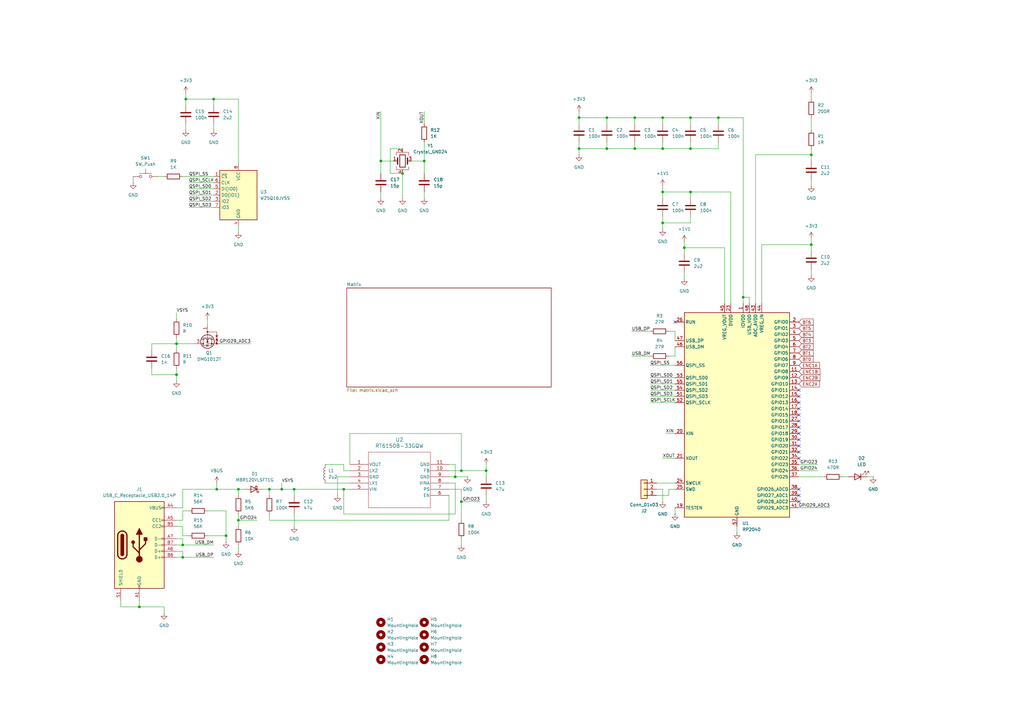
<source format=kicad_sch>
(kicad_sch (version 20231120) (generator "eeschema") (generator_version "8.0")
  (paper "A3")
  (lib_symbols
    (symbol "2024-07-21_11-18-28:RT6150B-33GQW" (pin_names (offset 0.254))
      (property "Reference" "U" (at 20.32 10.16 0))
      (property "Value" "RT6150B-33GQW" (at 20.32 7.62 0))
      (symbol "RT6150B-33GQW_0_1"
        (pin output line (at 0 0 0) (length 7.62) (name "VOUT") (number "1"))
        (pin input line (at 40.64 -2.54 180) (length 7.62) (name "FB") (number "10"))
        (pin power_out line (at 40.64 0 180) (length 7.62) (name "GND") (number "11"))
        (pin unspecified line (at 0 -2.54 0) (length 7.62) (name "LX2") (number "2"))
        (pin power_out line (at 0 -5.08 0) (length 7.62) (name "GND") (number "3"))
        (pin unspecified line (at 0 -7.62 0) (length 7.62) (name "LX1") (number "4"))
        (pin power_in line (at 0 -10.16 0) (length 7.62) (name "VIN") (number "5"))
        (pin input line (at 40.64 -12.7 180) (length 7.62) (name "EN") (number "6"))
        (pin input line (at 40.64 -10.16 180) (length 7.62) (name "PS") (number "7"))
        (pin input line (at 40.64 -7.62 180) (length 7.62) (name "VINA") (number "8"))
        (pin power_out line (at 40.64 -5.08 180) (length 7.62) (name "GND") (number "9"))
      )
    )
    (symbol "Connector:USB_C_Receptacle_USB2.0_14P" (pin_names (offset 1.016))
      (property "Reference" "J" (at 0 22.225 0))
      (property "Value" "USB_C_Receptacle_USB2.0_14P" (at 0 19.685 0))
      (symbol "USB_C_Receptacle_USB2.0_14P_1_1"
        (pin passive line (at 0 -22.86 90) (length 5.08) (name "GND") (number "A1"))
        (pin passive line (at 0 -22.86 90) (length 5.08) hide (name "GND") (number "A12"))
        (pin passive line (at 15.24 15.24 180) (length 5.08) (name "VBUS") (number "A4"))
        (pin bidirectional line (at 15.24 10.16 180) (length 5.08) (name "CC1") (number "A5"))
        (pin bidirectional line (at 15.24 -2.54 180) (length 5.08) (name "D+") (number "A6"))
        (pin bidirectional line (at 15.24 2.54 180) (length 5.08) (name "D-") (number "A7"))
        (pin passive line (at 15.24 15.24 180) (length 5.08) hide (name "VBUS") (number "A9"))
        (pin passive line (at 0 -22.86 90) (length 5.08) hide (name "GND") (number "B1"))
        (pin passive line (at 0 -22.86 90) (length 5.08) hide (name "GND") (number "B12"))
        (pin passive line (at 15.24 15.24 180) (length 5.08) hide (name "VBUS") (number "B4"))
        (pin bidirectional line (at 15.24 7.62 180) (length 5.08) (name "CC2") (number "B5"))
        (pin bidirectional line (at 15.24 -5.08 180) (length 5.08) (name "D+") (number "B6"))
        (pin bidirectional line (at 15.24 0 180) (length 5.08) (name "D-") (number "B7"))
        (pin passive line (at 15.24 15.24 180) (length 5.08) hide (name "VBUS") (number "B9"))
        (pin passive line (at -7.62 -22.86 90) (length 5.08) (name "SHIELD") (number "S1"))
      )
    )
    (symbol "Connector_Generic:Conn_01x03" (pin_names (offset 1.016) hide)
      (property "Reference" "J" (at 0 5.08 0))
      (property "Value" "Conn_01x03" (at 0 -5.08 0))
      (symbol "Conn_01x03_1_1"
        (pin passive line (at -5.08 2.54 0) (length 3.81) (name "Pin_1") (number "1"))
        (pin passive line (at -5.08 0 0) (length 3.81) (name "Pin_2") (number "2"))
        (pin passive line (at -5.08 -2.54 0) (length 3.81) (name "Pin_3") (number "3"))
      )
    )
    (symbol "Device:C" (pin_numbers hide) (pin_names (offset 0.254))
      (property "Reference" "C" (at 0.635 2.54 0))
      (property "Value" "C" (at 0.635 -2.54 0))
      (symbol "C_1_1"
        (pin passive line (at 0 3.81 270) (length 2.794) (name "~") (number "1"))
        (pin passive line (at 0 -3.81 90) (length 2.794) (name "~") (number "2"))
      )
    )
    (symbol "Device:Crystal_GND24" (pin_names (offset 1.016) hide)
      (property "Reference" "Y" (at 3.175 5.08 0))
      (property "Value" "Crystal_GND24" (at 3.175 3.175 0))
      (symbol "Crystal_GND24_1_1"
        (pin passive line (at -3.81 0 0) (length 1.27) (name "1") (number "1"))
        (pin passive line (at 0 5.08 270) (length 1.27) (name "2") (number "2"))
        (pin passive line (at 3.81 0 180) (length 1.27) (name "3") (number "3"))
        (pin passive line (at 0 -5.08 90) (length 1.27) (name "4") (number "4"))
      )
    )
    (symbol "Device:D_Schottky" (pin_numbers hide) (pin_names (offset 1.016) hide)
      (property "Reference" "D" (at 0 2.54 0))
      (property "Value" "D_Schottky" (at 0 -2.54 0))
      (symbol "D_Schottky_1_1"
        (pin passive line (at -3.81 0 0) (length 2.54) (name "K") (number "1"))
        (pin passive line (at 3.81 0 180) (length 2.54) (name "A") (number "2"))
      )
    )
    (symbol "Device:L" (pin_numbers hide) (pin_names (offset 1.016) hide)
      (property "Reference" "L" (at -1.27 0 90))
      (property "Value" "L" (at 1.905 0 90))
      (symbol "L_1_1"
        (pin passive line (at 0 3.81 270) (length 1.27) (name "1") (number "1"))
        (pin passive line (at 0 -3.81 90) (length 1.27) (name "2") (number "2"))
      )
    )
    (symbol "Device:LED" (pin_numbers hide) (pin_names (offset 1.016) hide)
      (property "Reference" "D" (at 0 2.54 0))
      (property "Value" "LED" (at 0 -2.54 0))
      (symbol "LED_1_1"
        (pin passive line (at -3.81 0 0) (length 2.54) (name "K") (number "1"))
        (pin passive line (at 3.81 0 180) (length 2.54) (name "A") (number "2"))
      )
    )
    (symbol "Device:R" (pin_numbers hide) (pin_names (offset 0))
      (property "Reference" "R" (at 2.032 0 90))
      (property "Value" "R" (at 0 0 90))
      (symbol "R_1_1"
        (pin passive line (at 0 3.81 270) (length 1.27) (name "~") (number "1"))
        (pin passive line (at 0 -3.81 90) (length 1.27) (name "~") (number "2"))
      )
    )
    (symbol "MCU_RaspberryPi:RP2040"
      (property "Reference" "U" (at 17.78 45.72 0))
      (property "Value" "RP2040" (at 17.78 43.18 0))
      (symbol "RP2040_1_1"
        (pin power_in line (at 2.54 45.72 270) (length 3.81) (name "IOVDD") (number "1"))
        (pin passive line (at 2.54 45.72 270) (length 3.81) hide (name "IOVDD") (number "10"))
        (pin bidirectional line (at 25.4 17.78 180) (length 3.81) (name "GPIO8") (number "11"))
        (pin bidirectional line (at 25.4 15.24 180) (length 3.81) (name "GPIO9") (number "12"))
        (pin bidirectional line (at 25.4 12.7 180) (length 3.81) (name "GPIO10") (number "13"))
        (pin bidirectional line (at 25.4 10.16 180) (length 3.81) (name "GPIO11") (number "14"))
        (pin bidirectional line (at 25.4 7.62 180) (length 3.81) (name "GPIO12") (number "15"))
        (pin bidirectional line (at 25.4 5.08 180) (length 3.81) (name "GPIO13") (number "16"))
        (pin bidirectional line (at 25.4 2.54 180) (length 3.81) (name "GPIO14") (number "17"))
        (pin bidirectional line (at 25.4 0 180) (length 3.81) (name "GPIO15") (number "18"))
        (pin input line (at -25.4 -38.1 0) (length 3.81) (name "TESTEN") (number "19"))
        (pin bidirectional line (at 25.4 38.1 180) (length 3.81) (name "GPIO0") (number "2"))
        (pin input line (at -25.4 -7.62 0) (length 3.81) (name "XIN") (number "20"))
        (pin passive line (at -25.4 -17.78 0) (length 3.81) (name "XOUT") (number "21"))
        (pin passive line (at 2.54 45.72 270) (length 3.81) hide (name "IOVDD") (number "22"))
        (pin power_in line (at -2.54 45.72 270) (length 3.81) (name "DVDD") (number "23"))
        (pin input line (at -25.4 -27.94 0) (length 3.81) (name "SWCLK") (number "24"))
        (pin bidirectional line (at -25.4 -30.48 0) (length 3.81) (name "SWD") (number "25"))
        (pin input line (at -25.4 38.1 0) (length 3.81) (name "RUN") (number "26"))
        (pin bidirectional line (at 25.4 -2.54 180) (length 3.81) (name "GPIO16") (number "27"))
        (pin bidirectional line (at 25.4 -5.08 180) (length 3.81) (name "GPIO17") (number "28"))
        (pin bidirectional line (at 25.4 -7.62 180) (length 3.81) (name "GPIO18") (number "29"))
        (pin bidirectional line (at 25.4 35.56 180) (length 3.81) (name "GPIO1") (number "3"))
        (pin bidirectional line (at 25.4 -10.16 180) (length 3.81) (name "GPIO19") (number "30"))
        (pin bidirectional line (at 25.4 -12.7 180) (length 3.81) (name "GPIO20") (number "31"))
        (pin bidirectional line (at 25.4 -15.24 180) (length 3.81) (name "GPIO21") (number "32"))
        (pin passive line (at 2.54 45.72 270) (length 3.81) hide (name "IOVDD") (number "33"))
        (pin bidirectional line (at 25.4 -17.78 180) (length 3.81) (name "GPIO22") (number "34"))
        (pin bidirectional line (at 25.4 -20.32 180) (length 3.81) (name "GPIO23") (number "35"))
        (pin bidirectional line (at 25.4 -22.86 180) (length 3.81) (name "GPIO24") (number "36"))
        (pin bidirectional line (at 25.4 -25.4 180) (length 3.81) (name "GPIO25") (number "37"))
        (pin bidirectional line (at 25.4 -30.48 180) (length 3.81) (name "GPIO26_ADC0") (number "38"))
        (pin bidirectional line (at 25.4 -33.02 180) (length 3.81) (name "GPIO27_ADC1") (number "39"))
        (pin bidirectional line (at 25.4 33.02 180) (length 3.81) (name "GPIO2") (number "4"))
        (pin bidirectional line (at 25.4 -35.56 180) (length 3.81) (name "GPIO28_ADC2") (number "40"))
        (pin bidirectional line (at 25.4 -38.1 180) (length 3.81) (name "GPIO29_ADC3") (number "41"))
        (pin passive line (at 2.54 45.72 270) (length 3.81) hide (name "IOVDD") (number "42"))
        (pin power_in line (at 7.62 45.72 270) (length 3.81) (name "ADC_AVDD") (number "43"))
        (pin power_in line (at 10.16 45.72 270) (length 3.81) (name "VREG_IN") (number "44"))
        (pin power_out line (at -5.08 45.72 270) (length 3.81) (name "VREG_VOUT") (number "45"))
        (pin bidirectional line (at -25.4 27.94 0) (length 3.81) (name "USB_DM") (number "46"))
        (pin bidirectional line (at -25.4 30.48 0) (length 3.81) (name "USB_DP") (number "47"))
        (pin power_in line (at 5.08 45.72 270) (length 3.81) (name "USB_VDD") (number "48"))
        (pin passive line (at 2.54 45.72 270) (length 3.81) hide (name "IOVDD") (number "49"))
        (pin bidirectional line (at 25.4 30.48 180) (length 3.81) (name "GPIO3") (number "5"))
        (pin passive line (at -2.54 45.72 270) (length 3.81) hide (name "DVDD") (number "50"))
        (pin bidirectional line (at -25.4 7.62 0) (length 3.81) (name "QSPI_SD3") (number "51"))
        (pin output line (at -25.4 5.08 0) (length 3.81) (name "QSPI_SCLK") (number "52"))
        (pin bidirectional line (at -25.4 15.24 0) (length 3.81) (name "QSPI_SD0") (number "53"))
        (pin bidirectional line (at -25.4 10.16 0) (length 3.81) (name "QSPI_SD2") (number "54"))
        (pin bidirectional line (at -25.4 12.7 0) (length 3.81) (name "QSPI_SD1") (number "55"))
        (pin bidirectional line (at -25.4 20.32 0) (length 3.81) (name "QSPI_SS") (number "56"))
        (pin power_in line (at 0 -45.72 90) (length 3.81) (name "GND") (number "57"))
        (pin bidirectional line (at 25.4 27.94 180) (length 3.81) (name "GPIO4") (number "6"))
        (pin bidirectional line (at 25.4 25.4 180) (length 3.81) (name "GPIO5") (number "7"))
        (pin bidirectional line (at 25.4 22.86 180) (length 3.81) (name "GPIO6") (number "8"))
        (pin bidirectional line (at 25.4 20.32 180) (length 3.81) (name "GPIO7") (number "9"))
      )
    )
    (symbol "Mechanical:MountingHole" (pin_names (offset 1.016)) (exclude_from_sim yes) (in_bom no)
      (property "Reference" "H" (at 0 5.08 0))
      (property "Value" "MountingHole" (at 0 3.175 0))
    )
    (symbol "Memory_Flash:W25Q16JVSS"
      (property "Reference" "U" (at -6.35 11.43 0))
      (property "Value" "W25Q16JVSS" (at 7.62 11.43 0))
      (symbol "W25Q16JVSS_1_1"
        (pin input line (at -10.16 7.62 0) (length 2.54) (name "~{CS}") (number "1"))
        (pin bidirectional line (at -10.16 0 0) (length 2.54) (name "DO(IO1)") (number "2"))
        (pin bidirectional line (at -10.16 -2.54 0) (length 2.54) (name "IO2") (number "3"))
        (pin power_in line (at 0 -12.7 90) (length 2.54) (name "GND") (number "4"))
        (pin bidirectional line (at -10.16 2.54 0) (length 2.54) (name "DI(IO0)") (number "5"))
        (pin input line (at -10.16 5.08 0) (length 2.54) (name "CLK") (number "6"))
        (pin bidirectional line (at -10.16 -5.08 0) (length 2.54) (name "IO3") (number "7"))
        (pin power_in line (at 0 12.7 270) (length 2.54) (name "VCC") (number "8"))
      )
    )
    (symbol "Switch:SW_Push" (pin_numbers hide) (pin_names (offset 1.016) hide)
      (property "Reference" "SW" (at 1.27 2.54 0))
      (property "Value" "SW_Push" (at 0 -1.524 0))
      (symbol "SW_Push_0_1"
        (pin passive line (at -5.08 0 0) (length 2.54) (name "1") (number "1"))
        (pin passive line (at 5.08 0 180) (length 2.54) (name "2") (number "2"))
      )
    )
    (symbol "Transistor_FET:DMG1012T" (pin_names (offset 0) hide)
      (property "Reference" "Q" (at 5.08 1.905 0))
      (property "Value" "DMG1012T" (at 5.08 0 0))
      (symbol "DMG1012T_1_1"
        (pin input line (at -5.08 0 0) (length 2.54) (name "G") (number "1"))
        (pin passive line (at 2.54 -5.08 90) (length 2.54) (name "S") (number "2"))
        (pin passive line (at 2.54 5.08 270) (length 2.54) (name "D") (number "3"))
      )
    )
    (symbol "power:+1V1" (power) (pin_numbers hide) (pin_names (offset 0) hide)
      (property "Value" "+1V1" (at 0 3.556 0))
      (symbol "+1V1_1_1"
        (pin power_in line (at 0 0 90) (length 0) (name "~") (number "1"))
      )
    )
    (symbol "power:+3V3" (power) (pin_numbers hide) (pin_names (offset 0) hide)
      (property "Value" "+3V3" (at 0 3.556 0))
      (symbol "+3V3_1_1"
        (pin power_in line (at 0 0 90) (length 0) (name "~") (number "1"))
      )
    )
    (symbol "power:GND" (power) (pin_numbers hide) (pin_names (offset 0) hide)
      (property "Value" "GND" (at 0 -3.81 0))
      (symbol "GND_1_1"
        (pin power_in line (at 0 0 270) (length 0) (name "~") (number "1"))
      )
    )
    (symbol "power:VBUS" (power) (pin_numbers hide) (pin_names (offset 0) hide)
      (property "Value" "VBUS" (at 0 3.556 0))
      (symbol "VBUS_1_1"
        (pin power_in line (at 0 0 90) (length 0) (name "~") (number "1"))
      )
    )
  )
  (junction (at 92.71 219.71))
  (junction (at 237.49 48.26))
  (junction (at 189.23 205.74))
  (junction (at 88.9 200.66))
  (junction (at 260.35 48.26))
  (junction (at 156.21 66.04))
  (junction (at 283.21 78.74))
  (junction (at 186.69 195.58))
  (junction (at 87.63 40.64))
  (junction (at 97.79 213.36))
  (junction (at 72.39 140.97))
  (junction (at 280.67 101.6))
  (junction (at 332.74 100.33))
  (junction (at 260.35 60.96))
  (junction (at 115.57 200.66))
  (junction (at 271.78 48.26))
  (junction (at 57.15 248.92))
  (junction (at 173.99 66.04))
  (junction (at 248.92 48.26))
  (junction (at 271.78 78.74))
  (junction (at 271.78 60.96))
  (junction (at 110.49 200.66))
  (junction (at 74.93 223.52))
  (junction (at 120.65 200.66))
  (junction (at 304.8 121.92))
  (junction (at 140.97 200.66))
  (junction (at 248.92 60.96))
  (junction (at 97.79 200.66))
  (junction (at 165.1 71.12))
  (junction (at 283.21 60.96))
  (junction (at 74.93 228.6))
  (junction (at 199.39 193.04))
  (junction (at 294.64 48.26))
  (junction (at 189.23 193.04))
  (junction (at 332.74 63.5))
  (junction (at 76.2 40.64))
  (junction (at 72.39 153.67))
  (junction (at 237.49 60.96))
  (junction (at 271.78 91.44))
  (junction (at 283.21 48.26))
  (no_connect (at 327.66 160.02))
  (no_connect (at 327.66 175.26))
  (no_connect (at 327.66 205.74))
  (no_connect (at 327.66 170.18))
  (no_connect (at 327.66 172.72))
  (no_connect (at 327.66 187.96))
  (no_connect (at 327.66 177.8))
  (no_connect (at 327.66 185.42))
  (no_connect (at 327.66 167.64))
  (no_connect (at 327.66 180.34))
  (no_connect (at 327.66 162.56))
  (no_connect (at 327.66 203.2))
  (no_connect (at 276.86 132.08))
  (no_connect (at 327.66 182.88))
  (no_connect (at 327.66 200.66))
  (no_connect (at 327.66 165.1))
  (wire (pts (xy 76.2 50.8) (xy 76.2 53.34)))
  (wire (pts (xy 120.65 210.82) (xy 120.65 215.9)))
  (wire (pts (xy 297.18 101.6) (xy 280.67 101.6)))
  (wire (pts (xy 173.99 45.72) (xy 173.99 50.8)))
  (wire (pts (xy 57.15 246.38) (xy 57.15 248.92)))
  (wire (pts (xy 271.78 187.96) (xy 276.86 187.96)))
  (wire (pts (xy 332.74 73.66) (xy 332.74 76.2)))
  (wire (pts (xy 266.7 149.86) (xy 276.86 149.86)))
  (wire (pts (xy 77.47 74.93) (xy 87.63 74.93)))
  (wire (pts (xy 87.63 43.18) (xy 87.63 40.64)))
  (wire (pts (xy 49.53 246.38) (xy 49.53 248.92)))
  (wire (pts (xy 260.35 58.42) (xy 260.35 60.96)))
  (wire (pts (xy 72.39 140.97) (xy 72.39 143.51)))
  (wire (pts (xy 74.93 219.71) (xy 77.47 219.71)))
  (wire (pts (xy 85.09 219.71) (xy 92.71 219.71)))
  (wire (pts (xy 77.47 80.01) (xy 87.63 80.01)))
  (wire (pts (xy 332.74 97.79) (xy 332.74 100.33)))
  (wire (pts (xy 307.34 124.46) (xy 307.34 121.92)))
  (wire (pts (xy 143.51 195.58) (xy 138.43 195.58)))
  (wire (pts (xy 271.78 48.26) (xy 283.21 48.26)))
  (wire (pts (xy 140.97 193.04) (xy 140.97 190.5)))
  (wire (pts (xy 97.79 213.36) (xy 105.41 213.36)))
  (wire (pts (xy 77.47 82.55) (xy 87.63 82.55)))
  (wire (pts (xy 74.93 223.52) (xy 87.63 223.52)))
  (wire (pts (xy 74.93 72.39) (xy 87.63 72.39)))
  (wire (pts (xy 74.93 228.6) (xy 72.39 228.6)))
  (wire (pts (xy 184.15 190.5) (xy 186.69 190.5)))
  (wire (pts (xy 173.99 58.42) (xy 173.99 66.04)))
  (wire (pts (xy 273.05 177.8) (xy 276.86 177.8)))
  (wire (pts (xy 72.39 138.43) (xy 72.39 140.97)))
  (wire (pts (xy 97.79 210.82) (xy 97.79 213.36)))
  (wire (pts (xy 269.24 200.66) (xy 271.78 200.66)))
  (wire (pts (xy 276.86 135.89) (xy 274.32 135.89)))
  (wire (pts (xy 327.66 208.28) (xy 340.36 208.28)))
  (wire (pts (xy 274.32 203.2) (xy 274.32 200.66)))
  (wire (pts (xy 156.21 78.74) (xy 156.21 81.28)))
  (wire (pts (xy 76.2 38.1) (xy 76.2 40.64)))
  (wire (pts (xy 327.66 195.58) (xy 337.82 195.58)))
  (wire (pts (xy 97.79 92.71) (xy 97.79 95.25)))
  (wire (pts (xy 189.23 177.8) (xy 189.23 193.04)))
  (wire (pts (xy 283.21 78.74) (xy 299.72 78.74)))
  (wire (pts (xy 266.7 162.56) (xy 276.86 162.56)))
  (wire (pts (xy 62.23 153.67) (xy 72.39 153.67)))
  (wire (pts (xy 97.79 203.2) (xy 97.79 200.66)))
  (wire (pts (xy 271.78 78.74) (xy 283.21 78.74)))
  (wire (pts (xy 72.39 213.36) (xy 74.93 213.36)))
  (wire (pts (xy 72.39 215.9) (xy 74.93 215.9)))
  (wire (pts (xy 355.6 195.58) (xy 358.14 195.58)))
  (wire (pts (xy 294.64 48.26) (xy 283.21 48.26)))
  (wire (pts (xy 92.71 209.55) (xy 92.71 219.71)))
  (wire (pts (xy 280.67 99.06) (xy 280.67 101.6)))
  (wire (pts (xy 199.39 193.04) (xy 199.39 190.5)))
  (wire (pts (xy 138.43 195.58) (xy 138.43 203.2)))
  (wire (pts (xy 140.97 190.5) (xy 133.35 190.5)))
  (wire (pts (xy 276.86 208.28) (xy 276.86 210.82)))
  (wire (pts (xy 294.64 48.26) (xy 304.8 48.26)))
  (wire (pts (xy 74.93 200.66) (xy 74.93 208.28)))
  (wire (pts (xy 156.21 66.04) (xy 161.29 66.04)))
  (wire (pts (xy 184.15 195.58) (xy 186.69 195.58)))
  (wire (pts (xy 259.08 135.89) (xy 266.7 135.89)))
  (wire (pts (xy 72.39 151.13) (xy 72.39 153.67)))
  (wire (pts (xy 85.09 209.55) (xy 92.71 209.55)))
  (wire (pts (xy 110.49 213.36) (xy 184.15 213.36)))
  (wire (pts (xy 237.49 45.72) (xy 237.49 48.26)))
  (wire (pts (xy 186.69 195.58) (xy 191.77 195.58)))
  (wire (pts (xy 90.17 140.97) (xy 102.87 140.97)))
  (wire (pts (xy 248.92 48.26) (xy 248.92 50.8)))
  (wire (pts (xy 237.49 58.42) (xy 237.49 60.96)))
  (wire (pts (xy 62.23 140.97) (xy 72.39 140.97)))
  (wire (pts (xy 271.78 58.42) (xy 271.78 60.96)))
  (wire (pts (xy 294.64 58.42) (xy 294.64 60.96)))
  (wire (pts (xy 110.49 210.82) (xy 110.49 213.36)))
  (wire (pts (xy 143.51 177.8) (xy 189.23 177.8)))
  (wire (pts (xy 266.7 154.94) (xy 276.86 154.94)))
  (wire (pts (xy 248.92 60.96) (xy 248.92 58.42)))
  (wire (pts (xy 327.66 193.04) (xy 335.28 193.04)))
  (wire (pts (xy 332.74 63.5) (xy 332.74 66.04)))
  (wire (pts (xy 189.23 205.74) (xy 189.23 213.36)))
  (wire (pts (xy 260.35 50.8) (xy 260.35 48.26)))
  (wire (pts (xy 276.86 146.05) (xy 274.32 146.05)))
  (wire (pts (xy 327.66 190.5) (xy 335.28 190.5)))
  (wire (pts (xy 160.02 71.12) (xy 165.1 71.12)))
  (wire (pts (xy 309.88 124.46) (xy 309.88 63.5)))
  (wire (pts (xy 97.79 40.64) (xy 87.63 40.64)))
  (wire (pts (xy 283.21 58.42) (xy 283.21 60.96)))
  (wire (pts (xy 294.64 50.8) (xy 294.64 48.26)))
  (wire (pts (xy 271.78 50.8) (xy 271.78 48.26)))
  (wire (pts (xy 283.21 91.44) (xy 283.21 88.9)))
  (wire (pts (xy 165.1 71.12) (xy 165.1 81.28)))
  (wire (pts (xy 88.9 198.12) (xy 88.9 200.66)))
  (wire (pts (xy 92.71 219.71) (xy 92.71 222.25)))
  (wire (pts (xy 165.1 60.96) (xy 160.02 60.96)))
  (wire (pts (xy 332.74 100.33) (xy 332.74 102.87)))
  (wire (pts (xy 271.78 60.96) (xy 260.35 60.96)))
  (wire (pts (xy 271.78 81.28) (xy 271.78 78.74)))
  (wire (pts (xy 294.64 60.96) (xy 283.21 60.96)))
  (wire (pts (xy 189.23 200.66) (xy 189.23 205.74)))
  (wire (pts (xy 304.8 48.26) (xy 304.8 121.92)))
  (wire (pts (xy 276.86 142.24) (xy 276.86 146.05)))
  (wire (pts (xy 115.57 198.12) (xy 115.57 200.66)))
  (wire (pts (xy 74.93 226.06) (xy 74.93 228.6)))
  (wire (pts (xy 189.23 193.04) (xy 199.39 193.04)))
  (wire (pts (xy 67.31 248.92) (xy 67.31 251.46)))
  (wire (pts (xy 115.57 200.66) (xy 110.49 200.66)))
  (wire (pts (xy 49.53 248.92) (xy 57.15 248.92)))
  (wire (pts (xy 74.93 208.28) (xy 72.39 208.28)))
  (wire (pts (xy 237.49 60.96) (xy 237.49 63.5)))
  (wire (pts (xy 332.74 48.26) (xy 332.74 53.34)))
  (wire (pts (xy 237.49 48.26) (xy 237.49 50.8)))
  (wire (pts (xy 266.7 157.48) (xy 276.86 157.48)))
  (wire (pts (xy 271.78 200.66) (xy 271.78 205.74)))
  (wire (pts (xy 271.78 88.9) (xy 271.78 91.44)))
  (wire (pts (xy 237.49 60.96) (xy 248.92 60.96)))
  (wire (pts (xy 259.08 146.05) (xy 266.7 146.05)))
  (wire (pts (xy 269.24 203.2) (xy 274.32 203.2)))
  (wire (pts (xy 173.99 66.04) (xy 173.99 71.12)))
  (wire (pts (xy 120.65 203.2) (xy 120.65 200.66)))
  (wire (pts (xy 77.47 85.09) (xy 87.63 85.09)))
  (wire (pts (xy 88.9 200.66) (xy 97.79 200.66)))
  (wire (pts (xy 345.44 195.58) (xy 347.98 195.58)))
  (wire (pts (xy 189.23 220.98) (xy 189.23 223.52)))
  (wire (pts (xy 304.8 121.92) (xy 304.8 124.46)))
  (wire (pts (xy 74.93 215.9) (xy 74.93 219.71)))
  (wire (pts (xy 302.26 215.9) (xy 302.26 218.44)))
  (wire (pts (xy 85.09 130.81) (xy 85.09 133.35)))
  (wire (pts (xy 62.23 143.51) (xy 62.23 140.97)))
  (wire (pts (xy 156.21 45.72) (xy 156.21 66.04)))
  (wire (pts (xy 110.49 200.66) (xy 110.49 203.2)))
  (wire (pts (xy 72.39 220.98) (xy 74.93 220.98)))
  (wire (pts (xy 77.47 77.47) (xy 87.63 77.47)))
  (wire (pts (xy 184.15 193.04) (xy 189.23 193.04)))
  (wire (pts (xy 120.65 200.66) (xy 115.57 200.66)))
  (wire (pts (xy 248.92 48.26) (xy 260.35 48.26)))
  (wire (pts (xy 140.97 200.66) (xy 120.65 200.66)))
  (wire (pts (xy 309.88 63.5) (xy 332.74 63.5)))
  (wire (pts (xy 266.7 160.02) (xy 276.86 160.02)))
  (wire (pts (xy 72.39 128.27) (xy 72.39 130.81)))
  (wire (pts (xy 97.79 223.52) (xy 97.79 226.06)))
  (wire (pts (xy 283.21 50.8) (xy 283.21 48.26)))
  (wire (pts (xy 297.18 124.46) (xy 297.18 101.6)))
  (wire (pts (xy 97.79 200.66) (xy 100.33 200.66)))
  (wire (pts (xy 143.51 193.04) (xy 140.97 193.04)))
  (wire (pts (xy 140.97 200.66) (xy 140.97 210.82)))
  (wire (pts (xy 237.49 48.26) (xy 248.92 48.26)))
  (wire (pts (xy 186.69 198.12) (xy 186.69 210.82)))
  (wire (pts (xy 72.39 226.06) (xy 74.93 226.06)))
  (wire (pts (xy 156.21 66.04) (xy 156.21 71.12)))
  (wire (pts (xy 72.39 140.97) (xy 80.01 140.97)))
  (wire (pts (xy 274.32 200.66) (xy 276.86 200.66)))
  (wire (pts (xy 269.24 198.12) (xy 276.86 198.12)))
  (wire (pts (xy 74.93 228.6) (xy 87.63 228.6)))
  (wire (pts (xy 74.93 220.98) (xy 74.93 223.52)))
  (wire (pts (xy 312.42 100.33) (xy 332.74 100.33)))
  (wire (pts (xy 184.15 213.36) (xy 184.15 203.2)))
  (wire (pts (xy 280.67 101.6) (xy 280.67 104.14)))
  (wire (pts (xy 168.91 66.04) (xy 173.99 66.04)))
  (wire (pts (xy 74.93 223.52) (xy 72.39 223.52)))
  (wire (pts (xy 186.69 210.82) (xy 140.97 210.82)))
  (wire (pts (xy 184.15 200.66) (xy 189.23 200.66)))
  (wire (pts (xy 332.74 110.49) (xy 332.74 113.03)))
  (wire (pts (xy 271.78 91.44) (xy 271.78 93.98)))
  (wire (pts (xy 276.86 139.7) (xy 276.86 135.89)))
  (wire (pts (xy 280.67 111.76) (xy 280.67 114.3)))
  (wire (pts (xy 74.93 209.55) (xy 77.47 209.55)))
  (wire (pts (xy 332.74 38.1) (xy 332.74 40.64)))
  (wire (pts (xy 57.15 248.92) (xy 67.31 248.92)))
  (wire (pts (xy 97.79 213.36) (xy 97.79 215.9)))
  (wire (pts (xy 64.77 72.39) (xy 67.31 72.39)))
  (wire (pts (xy 199.39 193.04) (xy 199.39 195.58)))
  (wire (pts (xy 299.72 124.46) (xy 299.72 78.74)))
  (wire (pts (xy 332.74 60.96) (xy 332.74 63.5)))
  (wire (pts (xy 307.34 121.92) (xy 304.8 121.92)))
  (wire (pts (xy 248.92 60.96) (xy 260.35 60.96)))
  (wire (pts (xy 184.15 198.12) (xy 186.69 198.12)))
  (wire (pts (xy 107.95 200.66) (xy 110.49 200.66)))
  (wire (pts (xy 97.79 67.31) (xy 97.79 40.64)))
  (wire (pts (xy 87.63 50.8) (xy 87.63 53.34)))
  (wire (pts (xy 143.51 200.66) (xy 140.97 200.66)))
  (wire (pts (xy 271.78 91.44) (xy 283.21 91.44)))
  (wire (pts (xy 186.69 190.5) (xy 186.69 195.58)))
  (wire (pts (xy 283.21 60.96) (xy 271.78 60.96)))
  (wire (pts (xy 271.78 76.2) (xy 271.78 78.74)))
  (wire (pts (xy 74.93 200.66) (xy 88.9 200.66)))
  (wire (pts (xy 160.02 60.96) (xy 160.02 71.12)))
  (wire (pts (xy 87.63 40.64) (xy 76.2 40.64)))
  (wire (pts (xy 173.99 78.74) (xy 173.99 81.28)))
  (wire (pts (xy 72.39 153.67) (xy 72.39 156.21)))
  (wire (pts (xy 199.39 203.2) (xy 199.39 205.74)))
  (wire (pts (xy 76.2 40.64) (xy 76.2 43.18)))
  (wire (pts (xy 189.23 205.74) (xy 196.85 205.74)))
  (wire (pts (xy 266.7 165.1) (xy 276.86 165.1)))
  (wire (pts (xy 62.23 151.13) (xy 62.23 153.67)))
  (wire (pts (xy 74.93 213.36) (xy 74.93 209.55)))
  (wire (pts (xy 54.61 72.39) (xy 54.61 74.93)))
  (wire (pts (xy 271.78 48.26) (xy 260.35 48.26)))
  (wire (pts (xy 133.35 198.12) (xy 143.51 198.12)))
  (wire (pts (xy 143.51 190.5) (xy 143.51 177.8)))
  (wire (pts (xy 312.42 124.46) (xy 312.42 100.33)))
  (wire (pts (xy 283.21 78.74) (xy 283.21 81.28)))
  (label "XOUT" (at 271.78 187.96 0))
  (label "USB_DP" (at 259.08 135.89 0))
  (label "GPIO23" (at 196.85 205.74 180))
  (label "USB_DP" (at 87.63 228.6 180))
  (label "QSPI_SD3" (at 266.7 162.56 0))
  (label "QSPI_SD2" (at 77.47 82.55 0))
  (label "VSYS" (at 115.57 198.12 0))
  (label "GPIO29_ADC3" (at 102.87 140.97 180))
  (label "USB_DM" (at 87.63 223.52 180))
  (label "XIN" (at 156.21 45.72 270))
  (label "QSPI_SD3" (at 77.47 85.09 0))
  (label "USB_DM" (at 259.08 146.05 0))
  (label "QSPI_SD1" (at 77.47 80.01 0))
  (label "GPIO29_ADC3" (at 340.36 208.28 180))
  (label "QSPI_SD1" (at 266.7 157.48 0))
  (label "GPIO24" (at 105.41 213.36 180))
  (label "QSPI_SS" (at 77.47 72.39 0))
  (label "GPIO24" (at 335.28 193.04 180))
  (label "QSPI_SD0" (at 266.7 154.94 0))
  (label "QSPI_SS" (at 266.7 149.86 0))
  (label "VSYS" (at 72.39 128.27 0))
  (label "XOUT" (at 173.99 45.72 270))
  (label "QSPI_SD0" (at 77.47 77.47 0))
  (label "QSPI_SCLK" (at 266.7 165.1 0))
  (label "QSPI_SCLK" (at 77.47 74.93 0))
  (label "GPIO23" (at 335.28 190.5 180))
  (label "QSPI_SD2" (at 266.7 160.02 0))
  (label "XIN" (at 273.05 177.8 0))
  (global_label "BT1" (shape input) (at 327.66 144.78 0) (property "Intersheetrefs" "${INTERSHEET_REFS}" (effects (hide yes))))
  (global_label "ENC2B" (shape input) (at 327.66 154.94 0) (property "Intersheetrefs" "${INTERSHEET_REFS}" (effects (hide yes))))
  (global_label "BT2" (shape input) (at 327.66 142.24 0) (property "Intersheetrefs" "${INTERSHEET_REFS}" (effects (hide yes))))
  (global_label "BT6" (shape input) (at 327.66 132.08 0) (property "Intersheetrefs" "${INTERSHEET_REFS}" (effects (hide yes))))
  (global_label "BT4" (shape input) (at 327.66 137.16 0) (property "Intersheetrefs" "${INTERSHEET_REFS}" (effects (hide yes))))
  (global_label "ENC1B" (shape input) (at 327.66 152.4 0) (property "Intersheetrefs" "${INTERSHEET_REFS}" (effects (hide yes))))
  (global_label "BT3" (shape input) (at 327.66 139.7 0) (property "Intersheetrefs" "${INTERSHEET_REFS}" (effects (hide yes))))
  (global_label "BT5" (shape input) (at 327.66 134.62 0) (property "Intersheetrefs" "${INTERSHEET_REFS}" (effects (hide yes))))
  (global_label "ENC2A" (shape input) (at 327.66 157.48 0) (property "Intersheetrefs" "${INTERSHEET_REFS}" (effects (hide yes))))
  (global_label "BT0" (shape input) (at 327.66 147.32 0) (property "Intersheetrefs" "${INTERSHEET_REFS}" (effects (hide yes))))
  (global_label "ENC1A" (shape input) (at 327.66 149.86 0) (property "Intersheetrefs" "${INTERSHEET_REFS}" (effects (hide yes))))
  (symbol (lib_id "power:GND") (at 332.74 113.03 0) (unit 1)
    (property "Reference" "#PWR010" (effects (hide yes)))
    (property "Value" "GND" (at 332.74 118.11 0))
    (property "Description" "Power symbol creates a global label with name \"GND\" , ground" (effects (hide yes)))
  )
  (symbol (lib_id "Mechanical:MountingHole") (at 173.99 260.35 0) (unit 1) (exclude_from_sim yes) (in_bom no)
    (property "Reference" "H6" (at 176.53 259.0799 0) (effects (justify left)))
    (property "Value" "MountingHole" (at 176.53 261.6199 0) (effects (justify left)))
    (property "Footprint" "MountingHole:MountingHole_3.2mm_M3_ISO7380_Pad" (effects (hide yes)))
    (property "Description" "Mounting Hole without connection" (effects (hide yes)))
  )
  (symbol (lib_id "Memory_Flash:W25Q16JVSS") (at 97.79 80.01 0) (unit 1)
    (property "Reference" "U3" (at 106.68 78.7399 0) (effects (justify left)))
    (property "Value" "W25Q16JVSS" (at 106.68 81.2799 0) (effects (justify left)))
    (property "Footprint" "Package_SO:SOIC-8_5.23x5.23mm_P1.27mm" (effects (hide yes)))
    (property "Datasheet" "https://www.winbond.com/hq/support/documentation/levelOne.jsp?__locale=en&DocNo=DA00-W25Q16JV.1" (effects (hide yes)))
    (property "Description" "16Mb Serial Flash Memory, Standard/Dual/Quad SPI, SOIC-8" (effects (hide yes)))
  )
  (symbol (lib_id "power:+3V3") (at 199.39 190.5 0) (unit 1)
    (property "Reference" "#PWR021" (effects (hide yes)))
    (property "Value" "+3V3" (at 199.39 185.42 0))
    (property "Description" "Power symbol creates a global label with name \"+3V3\"" (effects (hide yes)))
  )
  (symbol (lib_id "Device:C") (at 294.64 54.61 0) (unit 1)
    (property "Reference" "C6" (at 298.45 53.3399 0) (effects (justify left)))
    (property "Value" "100n" (at 298.45 55.8799 0) (effects (justify left)))
    (property "Footprint" "Capacitor_SMD:C_0402_1005Metric" (effects (hide yes)))
    (property "Description" "Unpolarized capacitor" (effects (hide yes)))
  )
  (symbol (lib_id "Mechanical:MountingHole") (at 173.99 265.43 0) (unit 1) (exclude_from_sim yes) (in_bom no)
    (property "Reference" "H7" (at 176.53 264.1599 0) (effects (justify left)))
    (property "Value" "MountingHole" (at 176.53 266.6999 0) (effects (justify left)))
    (property "Footprint" "MountingHole:MountingHole_3.2mm_M3_ISO7380_Pad" (effects (hide yes)))
    (property "Description" "Mounting Hole without connection" (effects (hide yes)))
  )
  (symbol (lib_id "power:+3V3") (at 237.49 45.72 0) (unit 1)
    (property "Reference" "#PWR02" (effects (hide yes)))
    (property "Value" "+3V3" (at 237.49 40.64 0))
    (property "Description" "Power symbol creates a global label with name \"+3V3\"" (effects (hide yes)))
  )
  (symbol (lib_id "Connector_Generic:Conn_01x03") (at 264.16 200.66 0) (mirror y) (unit 1)
    (property "Reference" "J2" (at 264.16 209.55 0))
    (property "Value" "Conn_01x03" (at 264.16 207.01 0))
    (property "Footprint" "Connector_PinHeader_1.00mm:PinHeader_1x03_P1.00mm_Vertical" (effects (hide yes)))
    (property "Description" "Generic connector, single row, 01x03, script generated (kicad-library-utils/schlib/autogen/connector/)" (effects (hide yes)))
  )
  (symbol (lib_id "power:GND") (at 67.31 251.46 0) (unit 1)
    (property "Reference" "#PWR015" (effects (hide yes)))
    (property "Value" "GND" (at 67.31 256.54 0))
    (property "Description" "Power symbol creates a global label with name \"GND\" , ground" (effects (hide yes)))
  )
  (symbol (lib_id "Transistor_FET:DMG1012T") (at 85.09 138.43 90) (mirror x) (unit 1)
    (property "Reference" "Q1" (at 85.7885 144.78 90))
    (property "Value" "DMG1012T" (at 85.7885 147.32 90))
    (property "Footprint" "Package_TO_SOT_SMD:SOT-523" (effects (hide yes)))
    (property "Datasheet" "https://www.diodes.com/assets/Datasheets/ds31783.pdf" (effects (hide yes)))
    (property "Description" "20V Vds, 0.63 Id, N-Channel MOSFET with ESD protection, SOT-523" (effects (hide yes)))
  )
  (symbol (lib_id "Device:R") (at 81.28 209.55 90) (unit 1)
    (property "Reference" "R14" (at 81.28 203.2 90))
    (property "Value" "56K" (at 81.28 205.74 90))
    (property "Footprint" "Resistor_SMD:R_0402_1005Metric" (effects (hide yes)))
    (property "Description" "Resistor" (effects (hide yes)))
  )
  (symbol (lib_id "Device:R") (at 332.74 57.15 0) (unit 1)
    (property "Reference" "R1" (at 335.28 55.8799 0) (effects (justify left)))
    (property "Value" "1R" (at 335.28 58.4199 0) (effects (justify left)))
    (property "Footprint" "Resistor_SMD:R_0402_1005Metric" (effects (hide yes)))
    (property "Description" "Resistor" (effects (hide yes)))
  )
  (symbol (lib_id "Device:C") (at 260.35 54.61 0) (unit 1)
    (property "Reference" "C3" (at 264.16 53.3399 0) (effects (justify left)))
    (property "Value" "100n" (at 264.16 55.8799 0) (effects (justify left)))
    (property "Footprint" "Capacitor_SMD:C_0402_1005Metric" (effects (hide yes)))
    (property "Description" "Unpolarized capacitor" (effects (hide yes)))
  )
  (symbol (lib_id "Device:C") (at 173.99 74.93 0) (unit 1)
    (property "Reference" "C18" (at 177.8 73.6599 0) (effects (justify left)))
    (property "Value" "15p" (at 177.8 76.1999 0) (effects (justify left)))
    (property "Footprint" "Capacitor_SMD:C_0402_1005Metric" (effects (hide yes)))
    (property "Description" "Unpolarized capacitor" (effects (hide yes)))
  )
  (symbol (lib_id "Device:R") (at 110.49 207.01 0) (unit 1)
    (property "Reference" "R7" (at 113.03 205.7399 0) (effects (justify left)))
    (property "Value" "100K" (at 113.03 208.2799 0) (effects (justify left)))
    (property "Footprint" "Resistor_SMD:R_0402_1005Metric" (effects (hide yes)))
    (property "Description" "Resistor" (effects (hide yes)))
  )
  (symbol (lib_id "Device:C") (at 283.21 54.61 0) (unit 1)
    (property "Reference" "C5" (at 287.02 53.3399 0) (effects (justify left)))
    (property "Value" "100n" (at 287.02 55.8799 0) (effects (justify left)))
    (property "Footprint" "Capacitor_SMD:C_0402_1005Metric" (effects (hide yes)))
    (property "Description" "Unpolarized capacitor" (effects (hide yes)))
  )
  (symbol (lib_id "power:GND") (at 280.67 114.3 0) (unit 1)
    (property "Reference" "#PWR08" (effects (hide yes)))
    (property "Value" "GND" (at 280.67 119.38 0))
    (property "Description" "Power symbol creates a global label with name \"GND\" , ground" (effects (hide yes)))
  )
  (symbol (lib_id "power:+3V3") (at 85.09 130.81 0) (unit 1)
    (property "Reference" "#PWR027" (effects (hide yes)))
    (property "Value" "+3V3" (at 85.09 125.73 0))
    (property "Description" "Power symbol creates a global label with name \"+3V3\"" (effects (hide yes)))
  )
  (symbol (lib_id "Device:R") (at 72.39 147.32 0) (unit 1)
    (property "Reference" "R11" (at 74.93 146.0499 0) (effects (justify left)))
    (property "Value" "R" (at 74.93 148.5899 0) (effects (justify left)))
    (property "Footprint" "Resistor_SMD:R_0402_1005Metric" (effects (hide yes)))
    (property "Description" "Resistor" (effects (hide yes)))
  )
  (symbol (lib_id "MCU_RaspberryPi:RP2040") (at 302.26 170.18 0) (unit 1)
    (property "Reference" "U1" (at 304.4541 214.63 0) (effects (justify left)))
    (property "Value" "RP2040" (at 304.4541 217.17 0) (effects (justify left)))
    (property "Footprint" "Package_DFN_QFN:QFN-56-1EP_7x7mm_P0.4mm_EP3.2x3.2mm" (effects (hide yes)))
    (property "Datasheet" "https://datasheets.raspberrypi.com/rp2040/rp2040-datasheet.pdf" (effects (hide yes)))
    (property "Description" "A microcontroller by Raspberry Pi" (effects (hide yes)))
  )
  (symbol (lib_id "Device:R") (at 270.51 135.89 90) (unit 1)
    (property "Reference" "R3" (at 270.51 129.54 90))
    (property "Value" "27R" (at 270.51 132.08 90))
    (property "Footprint" "Resistor_SMD:R_0402_1005Metric" (effects (hide yes)))
    (property "Description" "Resistor" (effects (hide yes)))
  )
  (symbol (lib_id "Mechanical:MountingHole") (at 156.21 265.43 0) (unit 1) (exclude_from_sim yes) (in_bom no)
    (property "Reference" "H3" (at 158.75 264.1599 0) (effects (justify left)))
    (property "Value" "MountingHole" (at 158.75 266.6999 0) (effects (justify left)))
    (property "Footprint" "MountingHole:MountingHole_3.2mm_M3_ISO7380_Pad" (effects (hide yes)))
    (property "Description" "Mounting Hole without connection" (effects (hide yes)))
  )
  (symbol (lib_id "power:+3V3") (at 332.74 97.79 0) (unit 1)
    (property "Reference" "#PWR09" (effects (hide yes)))
    (property "Value" "+3V3" (at 332.74 92.71 0))
    (property "Description" "Power symbol creates a global label with name \"+3V3\"" (effects (hide yes)))
  )
  (symbol (lib_id "power:GND") (at 173.99 81.28 0) (unit 1)
    (property "Reference" "#PWR031" (effects (hide yes)))
    (property "Value" "GND" (at 173.99 86.36 0))
    (property "Description" "Power symbol creates a global label with name \"GND\" , ground" (effects (hide yes)))
  )
  (symbol (lib_id "power:GND") (at 97.79 226.06 0) (unit 1)
    (property "Reference" "#PWR014" (effects (hide yes)))
    (property "Value" "GND" (at 97.79 231.14 0))
    (property "Description" "Power symbol creates a global label with name \"GND\" , ground" (effects (hide yes)))
  )
  (symbol (lib_id "Device:C") (at 156.21 74.93 0) (unit 1)
    (property "Reference" "C17" (at 160.02 73.6599 0) (effects (justify left)))
    (property "Value" "15p" (at 160.02 76.1999 0) (effects (justify left)))
    (property "Footprint" "Capacitor_SMD:C_0402_1005Metric" (effects (hide yes)))
    (property "Description" "Unpolarized capacitor" (effects (hide yes)))
  )
  (symbol (lib_id "Device:R") (at 341.63 195.58 90) (unit 1)
    (property "Reference" "R13" (at 341.63 189.23 90))
    (property "Value" "470R" (at 341.63 191.77 90))
    (property "Footprint" "Resistor_SMD:R_0402_1005Metric" (effects (hide yes)))
    (property "Description" "Resistor" (effects (hide yes)))
  )
  (symbol (lib_id "Device:C") (at 332.74 106.68 0) (unit 1)
    (property "Reference" "C10" (at 336.55 105.4099 0) (effects (justify left)))
    (property "Value" "2u2" (at 336.55 107.9499 0) (effects (justify left)))
    (property "Footprint" "Capacitor_SMD:C_0402_1005Metric" (effects (hide yes)))
    (property "Description" "Unpolarized capacitor" (effects (hide yes)))
  )
  (symbol (lib_id "Device:C") (at 248.92 54.61 0) (unit 1)
    (property "Reference" "C2" (at 252.73 53.3399 0) (effects (justify left)))
    (property "Value" "100n" (at 252.73 55.8799 0) (effects (justify left)))
    (property "Footprint" "Capacitor_SMD:C_0402_1005Metric" (effects (hide yes)))
    (property "Description" "Unpolarized capacitor" (effects (hide yes)))
  )
  (symbol (lib_id "2024-07-21_11-18-28:RT6150B-33GQW") (at 143.51 190.5 0) (unit 1)
    (property "Reference" "U2" (at 163.83 180.34 0) (effects (font (size 1.524 1.524))))
    (property "Value" "RT6150B-33GQW" (at 163.83 182.88 0) (effects (font (size 1.524 1.524))))
    (property "Footprint" "10-WFDFN-EP_RIT" (effects (hide yes)))
    (property "Datasheet" "RT6150B-33GQW" (effects (hide yes)))
  )
  (symbol (lib_id "Device:LED") (at 351.79 195.58 180) (unit 1)
    (property "Reference" "D2" (at 353.3775 187.96 0))
    (property "Value" "LED" (at 353.3775 190.5 0))
    (property "Footprint" "LED_SMD:LED_1206_3216Metric" (effects (hide yes)))
    (property "Description" "Light emitting diode" (effects (hide yes)))
  )
  (symbol (lib_id "Device:C") (at 271.78 54.61 0) (unit 1)
    (property "Reference" "C4" (at 275.59 53.3399 0) (effects (justify left)))
    (property "Value" "100n" (at 275.59 55.8799 0) (effects (justify left)))
    (property "Footprint" "Capacitor_SMD:C_0402_1005Metric" (effects (hide yes)))
    (property "Description" "Unpolarized capacitor" (effects (hide yes)))
  )
  (symbol (lib_id "Device:R") (at 97.79 207.01 0) (unit 1)
    (property "Reference" "R5" (at 100.33 205.7399 0) (effects (justify left)))
    (property "Value" "5K6" (at 100.33 208.2799 0) (effects (justify left)))
    (property "Footprint" "Resistor_SMD:R_0402_1005Metric" (effects (hide yes)))
    (property "Description" "Resistor" (effects (hide yes)))
  )
  (symbol (lib_id "Device:R") (at 72.39 134.62 0) (unit 1)
    (property "Reference" "R10" (at 74.93 133.3499 0) (effects (justify left)))
    (property "Value" "R" (at 74.93 135.8899 0) (effects (justify left)))
    (property "Footprint" "Resistor_SMD:R_0402_1005Metric" (effects (hide yes)))
    (property "Description" "Resistor" (effects (hide yes)))
  )
  (symbol (lib_id "Device:C") (at 271.78 85.09 0) (unit 1)
    (property "Reference" "C7" (at 275.59 83.8199 0) (effects (justify left)))
    (property "Value" "100n" (at 275.59 86.3599 0) (effects (justify left)))
    (property "Footprint" "Capacitor_SMD:C_0402_1005Metric" (effects (hide yes)))
    (property "Description" "Unpolarized capacitor" (effects (hide yes)))
  )
  (symbol (lib_id "Device:C") (at 199.39 199.39 0) (unit 1)
    (property "Reference" "C13" (at 203.2 198.1199 0) (effects (justify left)))
    (property "Value" "47u" (at 203.2 200.6599 0) (effects (justify left)))
    (property "Footprint" "Capacitor_SMD:C_0805_2012Metric" (effects (hide yes)))
    (property "Description" "Unpolarized capacitor" (effects (hide yes)))
  )
  (symbol (lib_id "Device:C") (at 280.67 107.95 0) (unit 1)
    (property "Reference" "C9" (at 284.48 106.6799 0) (effects (justify left)))
    (property "Value" "2u2" (at 284.48 109.2199 0) (effects (justify left)))
    (property "Footprint" "Capacitor_SMD:C_0402_1005Metric" (effects (hide yes)))
    (property "Description" "Unpolarized capacitor" (effects (hide yes)))
  )
  (symbol (lib_id "Device:R") (at 173.99 54.61 0) (unit 1)
    (property "Reference" "R12" (at 176.53 53.3399 0) (effects (justify left)))
    (property "Value" "1K" (at 176.53 55.8799 0) (effects (justify left)))
    (property "Footprint" "Resistor_SMD:R_0402_1005Metric" (effects (hide yes)))
    (property "Description" "Resistor" (effects (hide yes)))
  )
  (symbol (lib_id "power:GND") (at 358.14 195.58 0) (unit 1)
    (property "Reference" "#PWR032" (effects (hide yes)))
    (property "Value" "GND" (at 358.14 200.66 0))
    (property "Description" "Power symbol creates a global label with name \"GND\" , ground" (effects (hide yes)))
  )
  (symbol (lib_id "Device:C") (at 120.65 207.01 0) (unit 1)
    (property "Reference" "C12" (at 124.46 205.7399 0) (effects (justify left)))
    (property "Value" "47u" (at 124.46 208.2799 0) (effects (justify left)))
    (property "Footprint" "Capacitor_SMD:C_0805_2012Metric" (effects (hide yes)))
    (property "Description" "Unpolarized capacitor" (effects (hide yes)))
  )
  (symbol (lib_id "power:GND") (at 156.21 81.28 0) (unit 1)
    (property "Reference" "#PWR030" (effects (hide yes)))
    (property "Value" "GND" (at 156.21 86.36 0))
    (property "Description" "Power symbol creates a global label with name \"GND\" , ground" (effects (hide yes)))
  )
  (symbol (lib_id "Device:L") (at 133.35 194.31 180) (unit 1)
    (property "Reference" "L1" (at 134.62 193.0399 0) (effects (justify right)))
    (property "Value" "2u2" (at 134.62 195.5799 0) (effects (justify right)))
    (property "Footprint" "Capacitor_SMD:C_0402_1005Metric" (effects (hide yes)))
    (property "Description" "Inductor" (effects (hide yes)))
  )
  (symbol (lib_id "power:GND") (at 271.78 93.98 0) (unit 1)
    (property "Reference" "#PWR06" (effects (hide yes)))
    (property "Value" "GND" (at 271.78 99.06 0))
    (property "Description" "Power symbol creates a global label with name \"GND\" , ground" (effects (hide yes)))
  )
  (symbol (lib_id "power:+1V1") (at 271.78 76.2 0) (unit 1)
    (property "Reference" "#PWR05" (effects (hide yes)))
    (property "Value" "+1V1" (at 271.78 71.12 0))
    (property "Description" "Power symbol creates a global label with name \"+1V1\"" (effects (hide yes)))
  )
  (symbol (lib_id "power:GND") (at 276.86 210.82 0) (unit 1)
    (property "Reference" "#PWR04" (effects (hide yes)))
    (property "Value" "GND" (at 276.86 215.9 0))
    (property "Description" "Power symbol creates a global label with name \"GND\" , ground" (effects (hide yes)))
  )
  (symbol (lib_id "Mechanical:MountingHole") (at 156.21 255.27 0) (unit 1) (exclude_from_sim yes) (in_bom no)
    (property "Reference" "H1" (at 158.75 253.9999 0) (effects (justify left)))
    (property "Value" "MountingHole" (at 158.75 256.5399 0) (effects (justify left)))
    (property "Footprint" "MountingHole:MountingHole_3.2mm_M3_ISO7380_Pad" (effects (hide yes)))
    (property "Description" "Mounting Hole without connection" (effects (hide yes)))
  )
  (symbol (lib_id "power:GND") (at 92.71 222.25 0) (unit 1)
    (property "Reference" "#PWR036" (effects (hide yes)))
    (property "Value" "GND" (at 92.71 227.33 0))
    (property "Description" "Power symbol creates a global label with name \"GND\" , ground" (effects (hide yes)))
  )
  (symbol (lib_id "Device:R") (at 81.28 219.71 90) (unit 1)
    (property "Reference" "R15" (at 81.28 213.36 90))
    (property "Value" "56K" (at 81.28 215.9 90))
    (property "Footprint" "Resistor_SMD:R_0402_1005Metric" (effects (hide yes)))
    (property "Description" "Resistor" (effects (hide yes)))
  )
  (symbol (lib_id "power:GND") (at 72.39 156.21 0) (unit 1)
    (property "Reference" "#PWR028" (effects (hide yes)))
    (property "Value" "GND" (at 72.39 161.29 0))
    (property "Description" "Power symbol creates a global label with name \"GND\" , ground" (effects (hide yes)))
  )
  (symbol (lib_id "power:GND") (at 237.49 63.5 0) (unit 1)
    (property "Reference" "#PWR01" (effects (hide yes)))
    (property "Value" "GND" (at 237.49 68.58 0))
    (property "Description" "Power symbol creates a global label with name \"GND\" , ground" (effects (hide yes)))
  )
  (symbol (lib_id "power:GND") (at 302.26 218.44 0) (unit 1)
    (property "Reference" "#PWR03" (effects (hide yes)))
    (property "Value" "GND" (at 302.26 223.52 0))
    (property "Description" "Power symbol creates a global label with name \"GND\" , ground" (effects (hide yes)))
  )
  (symbol (lib_id "Device:C") (at 76.2 46.99 0) (unit 1)
    (property "Reference" "C15" (at 80.01 45.7199 0) (effects (justify left)))
    (property "Value" "100n" (at 80.01 48.2599 0) (effects (justify left)))
    (property "Footprint" "Capacitor_SMD:C_0402_1005Metric" (effects (hide yes)))
    (property "Description" "Unpolarized capacitor" (effects (hide yes)))
  )
  (symbol (lib_id "Device:C") (at 332.74 69.85 0) (unit 1)
    (property "Reference" "C11" (at 336.55 68.5799 0) (effects (justify left)))
    (property "Value" "2u2" (at 336.55 71.1199 0) (effects (justify left)))
    (property "Footprint" "Capacitor_SMD:C_0402_1005Metric" (effects (hide yes)))
    (property "Description" "Unpolarized capacitor" (effects (hide yes)))
  )
  (symbol (lib_id "power:GND") (at 332.74 76.2 0) (unit 1)
    (property "Reference" "#PWR012" (effects (hide yes)))
    (property "Value" "GND" (at 332.74 81.28 0))
    (property "Description" "Power symbol creates a global label with name \"GND\" , ground" (effects (hide yes)))
  )
  (symbol (lib_id "power:+3V3") (at 76.2 38.1 0) (unit 1)
    (property "Reference" "#PWR022" (effects (hide yes)))
    (property "Value" "+3V3" (at 76.2 33.02 0))
    (property "Description" "Power symbol creates a global label with name \"+3V3\"" (effects (hide yes)))
  )
  (symbol (lib_id "power:+3V3") (at 332.74 38.1 0) (unit 1)
    (property "Reference" "#PWR011" (effects (hide yes)))
    (property "Value" "+3V3" (at 332.74 33.02 0))
    (property "Description" "Power symbol creates a global label with name \"+3V3\"" (effects (hide yes)))
  )
  (symbol (lib_id "power:VBUS") (at 88.9 198.12 0) (unit 1)
    (property "Reference" "#PWR013" (effects (hide yes)))
    (property "Value" "VBUS" (at 88.9 193.04 0))
    (property "Description" "Power symbol creates a global label with name \"VBUS\"" (effects (hide yes)))
  )
  (symbol (lib_id "power:GND") (at 199.39 205.74 0) (unit 1)
    (property "Reference" "#PWR020" (effects (hide yes)))
    (property "Value" "GND" (at 199.39 210.82 0))
    (property "Description" "Power symbol creates a global label with name \"GND\" , ground" (effects (hide yes)))
  )
  (symbol (lib_id "Device:C") (at 237.49 54.61 0) (unit 1)
    (property "Reference" "C1" (at 241.3 53.3399 0) (effects (justify left)))
    (property "Value" "100n" (at 241.3 55.8799 0) (effects (justify left)))
    (property "Footprint" "Capacitor_SMD:C_0402_1005Metric" (effects (hide yes)))
    (property "Description" "Unpolarized capacitor" (effects (hide yes)))
  )
  (symbol (lib_id "power:GND") (at 165.1 81.28 0) (unit 1)
    (property "Reference" "#PWR029" (effects (hide yes)))
    (property "Value" "GND" (at 165.1 86.36 0))
    (property "Description" "Power symbol creates a global label with name \"GND\" , ground" (effects (hide yes)))
  )
  (symbol (lib_id "power:GND") (at 76.2 53.34 0) (unit 1)
    (property "Reference" "#PWR023" (effects (hide yes)))
    (property "Value" "GND" (at 76.2 58.42 0))
    (property "Description" "Power symbol creates a global label with name \"GND\" , ground" (effects (hide yes)))
  )
  (symbol (lib_id "Device:C") (at 87.63 46.99 0) (unit 1)
    (property "Reference" "C14" (at 91.44 45.7199 0) (effects (justify left)))
    (property "Value" "2u2" (at 91.44 48.2599 0) (effects (justify left)))
    (property "Footprint" "Capacitor_SMD:C_0402_1005Metric" (effects (hide yes)))
    (property "Description" "Unpolarized capacitor" (effects (hide yes)))
  )
  (symbol (lib_id "power:GND") (at 138.43 203.2 0) (unit 1)
    (property "Reference" "#PWR018" (effects (hide yes)))
    (property "Value" "GND" (at 138.43 208.28 0))
    (property "Description" "Power symbol creates a global label with name \"GND\" , ground" (effects (hide yes)))
  )
  (symbol (lib_id "power:GND") (at 54.61 74.93 0) (unit 1)
    (property "Reference" "#PWR026" (effects (hide yes)))
    (property "Value" "GND" (at 54.61 80.01 0))
    (property "Description" "Power symbol creates a global label with name \"GND\" , ground" (effects (hide yes)))
  )
  (symbol (lib_id "Mechanical:MountingHole") (at 156.21 270.51 0) (unit 1) (exclude_from_sim yes) (in_bom no)
    (property "Reference" "H4" (at 158.75 269.2399 0) (effects (justify left)))
    (property "Value" "MountingHole" (at 158.75 271.7799 0) (effects (justify left)))
    (property "Footprint" "MountingHole:MountingHole_3.2mm_M3_ISO7380_Pad" (effects (hide yes)))
    (property "Description" "Mounting Hole without connection" (effects (hide yes)))
  )
  (symbol (lib_id "Device:R") (at 97.79 219.71 0) (unit 1)
    (property "Reference" "R6" (at 100.33 218.4399 0) (effects (justify left)))
    (property "Value" "10K" (at 100.33 220.9799 0) (effects (justify left)))
    (property "Footprint" "Resistor_SMD:R_0402_1005Metric" (effects (hide yes)))
    (property "Description" "Resistor" (effects (hide yes)))
  )
  (symbol (lib_id "Mechanical:MountingHole") (at 173.99 255.27 0) (unit 1) (exclude_from_sim yes) (in_bom no)
    (property "Reference" "H5" (at 176.53 253.9999 0) (effects (justify left)))
    (property "Value" "MountingHole" (at 176.53 256.5399 0) (effects (justify left)))
    (property "Footprint" "MountingHole:MountingHole_3.2mm_M3_ISO7380_Pad" (effects (hide yes)))
    (property "Description" "Mounting Hole without connection" (effects (hide yes)))
  )
  (symbol (lib_id "power:GND") (at 97.79 95.25 0) (unit 1)
    (property "Reference" "#PWR025" (effects (hide yes)))
    (property "Value" "GND" (at 97.79 100.33 0))
    (property "Description" "Power symbol creates a global label with name \"GND\" , ground" (effects (hide yes)))
  )
  (symbol (lib_id "Mechanical:MountingHole") (at 173.99 270.51 0) (unit 1) (exclude_from_sim yes) (in_bom no)
    (property "Reference" "H8" (at 176.53 269.2399 0) (effects (justify left)))
    (property "Value" "MountingHole" (at 176.53 271.7799 0) (effects (justify left)))
    (property "Footprint" "MountingHole:MountingHole_3.2mm_M3_ISO7380_Pad" (effects (hide yes)))
    (property "Description" "Mounting Hole without connection" (effects (hide yes)))
  )
  (symbol (lib_id "power:GND") (at 189.23 223.52 0) (unit 1)
    (property "Reference" "#PWR017" (effects (hide yes)))
    (property "Value" "GND" (at 189.23 228.6 0))
    (property "Description" "Power symbol creates a global label with name \"GND\" , ground" (effects (hide yes)))
  )
  (symbol (lib_id "Device:R") (at 189.23 217.17 0) (unit 1)
    (property "Reference" "R8" (at 191.77 215.8999 0) (effects (justify left)))
    (property "Value" "100K" (at 191.77 218.4399 0) (effects (justify left)))
    (property "Footprint" "Resistor_SMD:R_0402_1005Metric" (effects (hide yes)))
    (property "Description" "Resistor" (effects (hide yes)))
  )
  (symbol (lib_id "power:GND") (at 191.77 195.58 0) (unit 1)
    (property "Reference" "#PWR019" (effects (hide yes)))
    (property "Value" "GND" (at 191.77 200.66 0))
    (property "Description" "Power symbol creates a global label with name \"GND\" , ground" (effects (hide yes)))
  )
  (symbol (lib_id "Device:C") (at 283.21 85.09 0) (unit 1)
    (property "Reference" "C8" (at 287.02 83.8199 0) (effects (justify left)))
    (property "Value" "100n" (at 287.02 86.3599 0) (effects (justify left)))
    (property "Footprint" "Capacitor_SMD:C_0402_1005Metric" (effects (hide yes)))
    (property "Description" "Unpolarized capacitor" (effects (hide yes)))
  )
  (symbol (lib_id "Device:R") (at 270.51 146.05 90) (unit 1)
    (property "Reference" "R4" (at 270.51 139.7 90))
    (property "Value" "27R" (at 270.51 142.24 90))
    (property "Footprint" "Resistor_SMD:R_0402_1005Metric" (effects (hide yes)))
    (property "Description" "Resistor" (effects (hide yes)))
  )
  (symbol (lib_id "Device:C") (at 62.23 147.32 0) (unit 1)
    (property "Reference" "C16" (at 66.04 146.0499 0) (effects (justify left)))
    (property "Value" "1n" (at 66.04 148.5899 0) (effects (justify left)))
    (property "Footprint" "Capacitor_SMD:C_0402_1005Metric" (effects (hide yes)))
    (property "Description" "Unpolarized capacitor" (effects (hide yes)))
  )
  (symbol (lib_id "power:GND") (at 87.63 53.34 0) (unit 1)
    (property "Reference" "#PWR024" (effects (hide yes)))
    (property "Value" "GND" (at 87.63 58.42 0))
    (property "Description" "Power symbol creates a global label with name \"GND\" , ground" (effects (hide yes)))
  )
  (symbol (lib_id "Device:R") (at 71.12 72.39 90) (unit 1)
    (property "Reference" "R9" (at 71.12 66.04 90))
    (property "Value" "1K" (at 71.12 68.58 90))
    (property "Footprint" "Resistor_SMD:R_0402_1005Metric" (effects (hide yes)))
    (property "Description" "Resistor" (effects (hide yes)))
  )
  (symbol (lib_id "power:+1V1") (at 280.67 99.06 0) (unit 1)
    (property "Reference" "#PWR07" (effects (hide yes)))
    (property "Value" "+1V1" (at 280.67 93.98 0))
    (property "Description" "Power symbol creates a global label with name \"+1V1\"" (effects (hide yes)))
  )
  (symbol (lib_id "power:GND") (at 120.65 215.9 0) (unit 1)
    (property "Reference" "#PWR016" (effects (hide yes)))
    (property "Value" "GND" (at 120.65 220.98 0))
    (property "Description" "Power symbol creates a global label with name \"GND\" , ground" (effects (hide yes)))
  )
  (symbol (lib_id "power:GND") (at 271.78 205.74 0) (unit 1)
    (property "Reference" "#PWR033" (effects (hide yes)))
    (property "Value" "GND" (at 271.78 210.82 0))
    (property "Description" "Power symbol creates a global label with name \"GND\" , ground" (effects (hide yes)))
  )
  (symbol (lib_id "Device:D_Schottky") (at 104.14 200.66 180) (unit 1)
    (property "Reference" "D1" (at 104.4575 194.31 0))
    (property "Value" "MBR120VLSFT1G" (at 104.4575 196.85 0))
    (property "Footprint" "Diode_SMD:D_SOD-123F" (effects (hide yes)))
    (property "Description" "Schottky diode" (effects (hide yes)))
  )
  (symbol (lib_id "Device:R") (at 332.74 44.45 0) (unit 1)
    (property "Reference" "R2" (at 335.28 43.1799 0) (effects (justify left)))
    (property "Value" "200R" (at 335.28 45.7199 0) (effects (justify left)))
    (property "Footprint" "Resistor_SMD:R_0402_1005Metric" (effects (hide yes)))
    (property "Description" "Resistor" (effects (hide yes)))
  )
  (symbol (lib_id "Switch:SW_Push") (at 59.69 72.39 0) (unit 1)
    (property "Reference" "SW1" (at 59.69 64.77 0))
    (property "Value" "SW_Push" (at 59.69 67.31 0))
    (property "Footprint" "Connector_PinHeader_1.00mm:PinHeader_1x02_P1.00mm_Vertical" (effects (hide yes)))
    (property "Description" "Push button switch, generic, two pins" (effects (hide yes)))
  )
  (symbol (lib_id "Device:Crystal_GND24") (at 165.1 66.04 0) (unit 1)
    (property "Reference" "Y1" (at 176.53 59.7214 0))
    (property "Value" "Crystal_GND24" (at 176.53 62.2614 0))
    (property "Footprint" "Crystal:Crystal_SMD_3225-4Pin_3.2x2.5mm" (effects (hide yes)))
    (property "Description" "Four pin crystal, GND on pins 2 and 4" (effects (hide yes)))
  )
  (symbol (lib_id "Connector:USB_C_Receptacle_USB2.0_14P") (at 57.15 223.52 0) (unit 1)
    (property "Reference" "J1" (at 57.15 200.66 0))
    (property "Value" "USB_C_Receptacle_USB2.0_14P" (at 57.15 203.2 0))
    (property "Footprint" "Connector_USB:USB_C_Receptacle_GCT_USB4110" (effects (hide yes)))
    (property "Datasheet" "https://www.usb.org/sites/default/files/documents/usb_type-c.zip" (effects (hide yes)))
    (property "Description" "USB 2.0-only 14P Type-C Receptacle connector" (effects (hide yes)))
  )
  (symbol (lib_id "Mechanical:MountingHole") (at 156.21 260.35 0) (unit 1) (exclude_from_sim yes) (in_bom no)
    (property "Reference" "H2" (at 158.75 259.0799 0) (effects (justify left)))
    (property "Value" "MountingHole" (at 158.75 261.6199 0) (effects (justify left)))
    (property "Footprint" "MountingHole:MountingHole_3.2mm_M3_ISO7380_Pad" (effects (hide yes)))
    (property "Description" "Mounting Hole without connection" (effects (hide yes)))
  )
  (sheet (at 142.24 118.11) (size 83.82 40.64) (stroke (width 0.1524))
    (property "Sheetname" "Matrix" (at 142.24 117.3984 0) (effects (justify left bottom)))
    (property "Sheetfile" "matrix.kicad_sch" (at 142.24 159.3346 0) (effects (justify left top)))
  )
)
</source>
